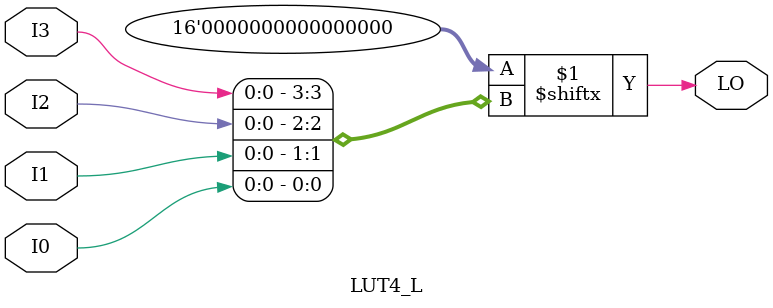
<source format=v>
/*

FUNCTION	: 4-inputs LUT

*/

`celldefine
`timescale  100 ps / 10 ps

module LUT4_L (LO, I0, I1, I2, I3);

    parameter INIT = 16'h0000;

    input I0, I1, I2, I3;

    output LO;

    wire out0, out1, out2, out3, out;

        assign LO = INIT[{I3,I2,I1,I0}];

endmodule

</source>
